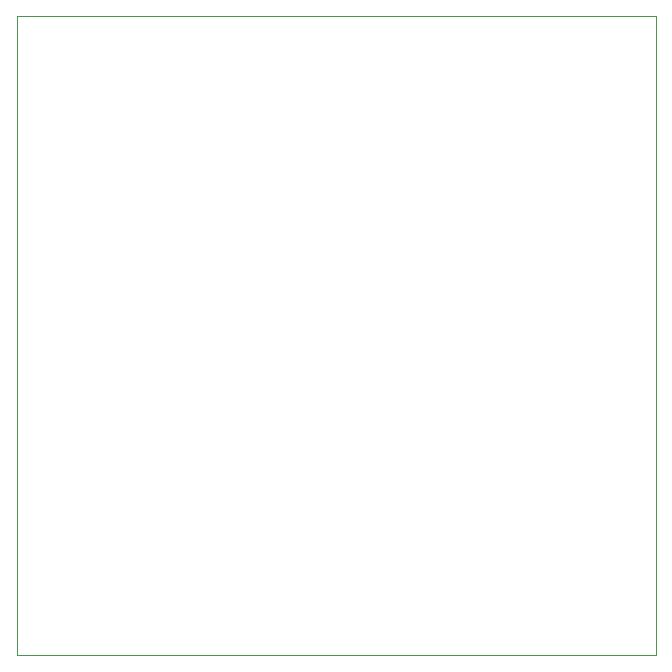
<source format=gbr>
%TF.GenerationSoftware,KiCad,Pcbnew,(6.0.0-0)*%
%TF.CreationDate,2022-01-23T15:20:27+01:00*%
%TF.ProjectId,engineers-thumb,656e6769-6e65-4657-9273-2d7468756d62,rev?*%
%TF.SameCoordinates,Original*%
%TF.FileFunction,Profile,NP*%
%FSLAX46Y46*%
G04 Gerber Fmt 4.6, Leading zero omitted, Abs format (unit mm)*
G04 Created by KiCad (PCBNEW (6.0.0-0)) date 2022-01-23 15:20:27*
%MOMM*%
%LPD*%
G01*
G04 APERTURE LIST*
%TA.AperFunction,Profile*%
%ADD10C,0.100000*%
%TD*%
G04 APERTURE END LIST*
D10*
X199136000Y-111760000D02*
X253238000Y-111760000D01*
X253238000Y-111760000D02*
X253238000Y-57658000D01*
X253238000Y-57658000D02*
X199136000Y-57658000D01*
X199136000Y-57658000D02*
X199136000Y-111760000D01*
M02*

</source>
